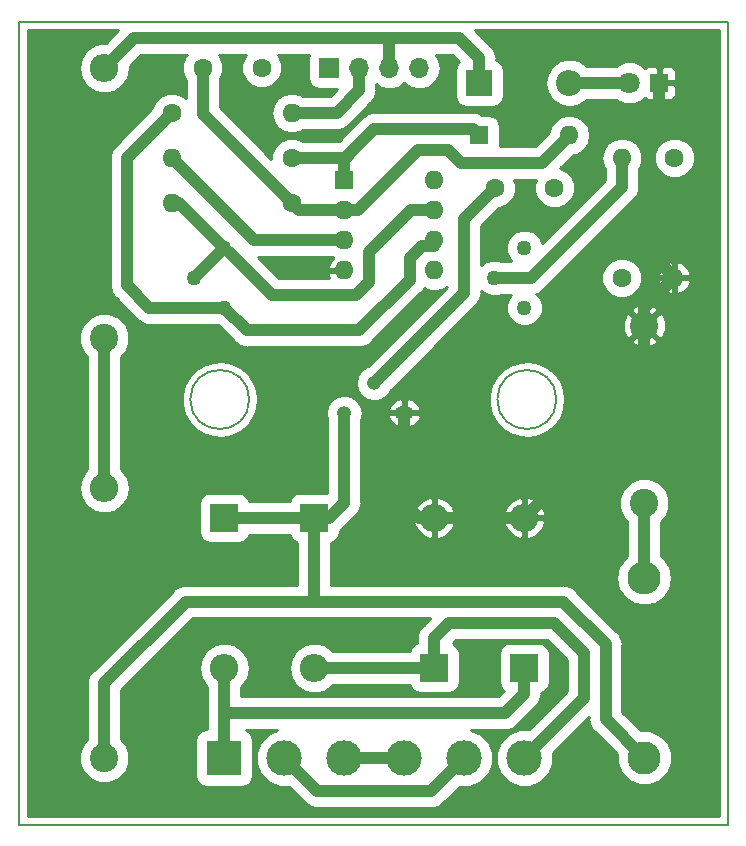
<source format=gbr>
G04 #@! TF.GenerationSoftware,KiCad,Pcbnew,5.0.2-bee76a0~70~ubuntu18.04.1*
G04 #@! TF.CreationDate,2019-02-04T19:22:58+01:00*
G04 #@! TF.ProjectId,regulator,72656775-6c61-4746-9f72-2e6b69636164,rev?*
G04 #@! TF.SameCoordinates,Original*
G04 #@! TF.FileFunction,Copper,L2,Bot*
G04 #@! TF.FilePolarity,Positive*
%FSLAX46Y46*%
G04 Gerber Fmt 4.6, Leading zero omitted, Abs format (unit mm)*
G04 Created by KiCad (PCBNEW 5.0.2-bee76a0~70~ubuntu18.04.1) date Po 4. února 2019, 19:22:58 CET*
%MOMM*%
%LPD*%
G01*
G04 APERTURE LIST*
G04 #@! TA.AperFunction,NonConductor*
%ADD10C,0.200000*%
G04 #@! TD*
G04 #@! TA.AperFunction,ComponentPad*
%ADD11C,1.600000*%
G04 #@! TD*
G04 #@! TA.AperFunction,ComponentPad*
%ADD12C,2.400000*%
G04 #@! TD*
G04 #@! TA.AperFunction,ComponentPad*
%ADD13O,2.400000X2.400000*%
G04 #@! TD*
G04 #@! TA.AperFunction,ComponentPad*
%ADD14R,2.400000X2.400000*%
G04 #@! TD*
G04 #@! TA.AperFunction,ComponentPad*
%ADD15R,2.200000X2.200000*%
G04 #@! TD*
G04 #@! TA.AperFunction,ComponentPad*
%ADD16O,2.200000X2.200000*%
G04 #@! TD*
G04 #@! TA.AperFunction,ComponentPad*
%ADD17R,1.600000X1.600000*%
G04 #@! TD*
G04 #@! TA.AperFunction,ComponentPad*
%ADD18O,1.600000X1.600000*%
G04 #@! TD*
G04 #@! TA.AperFunction,ComponentPad*
%ADD19C,1.800000*%
G04 #@! TD*
G04 #@! TA.AperFunction,ComponentPad*
%ADD20O,1.600000X1.200000*%
G04 #@! TD*
G04 #@! TA.AperFunction,ComponentPad*
%ADD21O,1.200000X1.200000*%
G04 #@! TD*
G04 #@! TA.AperFunction,ComponentPad*
%ADD22R,1.700000X1.700000*%
G04 #@! TD*
G04 #@! TA.AperFunction,ComponentPad*
%ADD23O,1.700000X1.700000*%
G04 #@! TD*
G04 #@! TA.AperFunction,ComponentPad*
%ADD24C,3.000000*%
G04 #@! TD*
G04 #@! TA.AperFunction,ComponentPad*
%ADD25R,3.000000X3.000000*%
G04 #@! TD*
G04 #@! TA.AperFunction,ComponentPad*
%ADD26C,2.800000*%
G04 #@! TD*
G04 #@! TA.AperFunction,ComponentPad*
%ADD27O,2.800000X2.800000*%
G04 #@! TD*
G04 #@! TA.AperFunction,ComponentPad*
%ADD28C,1.260000*%
G04 #@! TD*
G04 #@! TA.AperFunction,Conductor*
%ADD29C,1.000000*%
G04 #@! TD*
G04 #@! TA.AperFunction,Conductor*
%ADD30C,0.254000*%
G04 #@! TD*
G04 APERTURE END LIST*
D10*
X138001100Y-103003600D02*
G75*
G03X138001100Y-103003600I-2500000J0D01*
G01*
X178501100Y-71003600D02*
X118501100Y-71003600D01*
X178501100Y-71003600D02*
X178501100Y-139003600D01*
X164001100Y-103003600D02*
G75*
G03X164001100Y-103003600I-2500000J0D01*
G01*
X118501100Y-71003600D02*
X118501100Y-139003600D01*
X178501100Y-139003600D02*
X118501100Y-139003600D01*
D11*
G04 #@! TO.P,C1,1*
G04 #@! TO.N,Net-(C1-Pad1)*
X158830000Y-85090000D03*
G04 #@! TO.P,C1,2*
G04 #@! TO.N,Net-(C1-Pad2)*
X163830000Y-85090000D03*
G04 #@! TD*
G04 #@! TO.P,C2,2*
G04 #@! TO.N,GNDREF*
X139065000Y-74930000D03*
G04 #@! TO.P,C2,1*
G04 #@! TO.N,Net-(C2-Pad1)*
X134065000Y-74930000D03*
G04 #@! TD*
D12*
G04 #@! TO.P,C3,1*
G04 #@! TO.N,Net-(C3-Pad1)*
X171450000Y-111760000D03*
G04 #@! TO.P,C3,2*
G04 #@! TO.N,GND*
X171450000Y-96760000D03*
G04 #@! TD*
D13*
G04 #@! TO.P,D1,2*
G04 #@! TO.N,Net-(D1-Pad2)*
X143510000Y-125730000D03*
D14*
G04 #@! TO.P,D1,1*
G04 #@! TO.N,Net-(D1-Pad1)*
X143510000Y-113030000D03*
G04 #@! TD*
D13*
G04 #@! TO.P,D2,2*
G04 #@! TO.N,GND*
X153670000Y-113030000D03*
D14*
G04 #@! TO.P,D2,1*
G04 #@! TO.N,Net-(D1-Pad2)*
X153670000Y-125730000D03*
G04 #@! TD*
G04 #@! TO.P,D3,1*
G04 #@! TO.N,Net-(D1-Pad1)*
X135890000Y-113030000D03*
D13*
G04 #@! TO.P,D3,2*
G04 #@! TO.N,Net-(D3-Pad2)*
X135890000Y-125730000D03*
G04 #@! TD*
D14*
G04 #@! TO.P,D4,1*
G04 #@! TO.N,Net-(D3-Pad2)*
X161290000Y-125730000D03*
D13*
G04 #@! TO.P,D4,2*
G04 #@! TO.N,GND*
X161290000Y-113030000D03*
G04 #@! TD*
D15*
G04 #@! TO.P,D5,1*
G04 #@! TO.N,VCC*
X157480000Y-76200000D03*
D16*
G04 #@! TO.P,D5,2*
G04 #@! TO.N,GNDREF*
X165100000Y-76200000D03*
G04 #@! TD*
D17*
G04 #@! TO.P,D6,1*
G04 #@! TO.N,Net-(C1-Pad2)*
X157480000Y-80645000D03*
D18*
G04 #@! TO.P,D6,2*
G04 #@! TO.N,Net-(C2-Pad1)*
X165100000Y-80645000D03*
G04 #@! TD*
D17*
G04 #@! TO.P,D7,1*
G04 #@! TO.N,GND*
X172720000Y-76200000D03*
D19*
G04 #@! TO.P,D7,2*
G04 #@! TO.N,GNDREF*
X170180000Y-76200000D03*
G04 #@! TD*
D20*
G04 #@! TO.P,D8,1*
G04 #@! TO.N,GND*
X151130000Y-104140000D03*
D21*
G04 #@! TO.P,D8,2*
G04 #@! TO.N,Net-(C1-Pad1)*
X148590000Y-101600000D03*
G04 #@! TO.P,D8,3*
G04 #@! TO.N,Net-(D1-Pad1)*
X146050000Y-104140000D03*
G04 #@! TD*
D22*
G04 #@! TO.P,HG1,1*
G04 #@! TO.N,GNDREF*
X144780000Y-74930000D03*
D23*
G04 #@! TO.P,HG1,2*
G04 #@! TO.N,Net-(HG1-Pad2)*
X147320000Y-74930000D03*
G04 #@! TO.P,HG1,3*
G04 #@! TO.N,VCC*
X149860000Y-74930000D03*
G04 #@! TO.P,HG1,4*
G04 #@! TO.N,Net-(HG1-Pad4)*
X152400000Y-74930000D03*
G04 #@! TD*
D24*
G04 #@! TO.P,J1,2*
G04 #@! TO.N,Net-(J1-Pad2)*
X140970000Y-133350000D03*
G04 #@! TO.P,J1,3*
G04 #@! TO.N,Net-(J1-Pad3)*
X146050000Y-133350000D03*
D25*
G04 #@! TO.P,J1,1*
G04 #@! TO.N,Net-(D3-Pad2)*
X135890000Y-133350000D03*
D24*
G04 #@! TO.P,J1,4*
G04 #@! TO.N,Net-(J1-Pad3)*
X151130000Y-133350000D03*
G04 #@! TO.P,J1,5*
G04 #@! TO.N,Net-(J1-Pad2)*
X156210000Y-133350000D03*
G04 #@! TO.P,J1,6*
G04 #@! TO.N,Net-(D1-Pad2)*
X161290000Y-133350000D03*
G04 #@! TD*
D12*
G04 #@! TO.P,R1,1*
G04 #@! TO.N,Net-(R1-Pad1)*
X125730000Y-97790000D03*
D13*
G04 #@! TO.P,R1,2*
G04 #@! TO.N,VCC*
X125730000Y-74930000D03*
G04 #@! TD*
G04 #@! TO.P,R2,2*
G04 #@! TO.N,Net-(R1-Pad1)*
X125730000Y-110490000D03*
D12*
G04 #@! TO.P,R2,1*
G04 #@! TO.N,Net-(D1-Pad1)*
X125730000Y-133350000D03*
G04 #@! TD*
D11*
G04 #@! TO.P,R4,1*
G04 #@! TO.N,Net-(R4-Pad1)*
X169545000Y-92710000D03*
D18*
G04 #@! TO.P,R4,2*
G04 #@! TO.N,Net-(R4-Pad2)*
X169545000Y-82550000D03*
G04 #@! TD*
G04 #@! TO.P,R5,2*
G04 #@! TO.N,Net-(R4-Pad1)*
X131445000Y-82550000D03*
D11*
G04 #@! TO.P,R5,1*
G04 #@! TO.N,Net-(C1-Pad2)*
X141605000Y-82550000D03*
G04 #@! TD*
D18*
G04 #@! TO.P,R6,2*
G04 #@! TO.N,Net-(R6-Pad2)*
X131445000Y-86360000D03*
D11*
G04 #@! TO.P,R6,1*
G04 #@! TO.N,Net-(C2-Pad1)*
X141605000Y-86360000D03*
G04 #@! TD*
D26*
G04 #@! TO.P,R7,1*
G04 #@! TO.N,Net-(D1-Pad1)*
X171450000Y-133350000D03*
D27*
G04 #@! TO.P,R7,2*
G04 #@! TO.N,Net-(C3-Pad1)*
X171450000Y-118110000D03*
G04 #@! TD*
D11*
G04 #@! TO.P,R8,1*
G04 #@! TO.N,Net-(C1-Pad1)*
X173990000Y-82550000D03*
D18*
G04 #@! TO.P,R8,2*
G04 #@! TO.N,GND*
X173990000Y-92710000D03*
G04 #@! TD*
D11*
G04 #@! TO.P,R9,1*
G04 #@! TO.N,Net-(R9-Pad1)*
X131445000Y-78740000D03*
D18*
G04 #@! TO.P,R9,2*
G04 #@! TO.N,Net-(HG1-Pad2)*
X141605000Y-78740000D03*
G04 #@! TD*
D28*
G04 #@! TO.P,RV1,1*
G04 #@! TO.N,Net-(R9-Pad1)*
X135890000Y-95250000D03*
G04 #@! TO.P,RV1,2*
G04 #@! TO.N,Net-(R6-Pad2)*
X133350000Y-92710000D03*
G04 #@! TO.P,RV1,3*
X135890000Y-90170000D03*
G04 #@! TD*
G04 #@! TO.P,RV2,3*
G04 #@! TO.N,GNDREF*
X161290000Y-90170000D03*
G04 #@! TO.P,RV2,2*
G04 #@! TO.N,Net-(R4-Pad2)*
X158750000Y-92710000D03*
G04 #@! TO.P,RV2,1*
G04 #@! TO.N,VCC*
X161290000Y-95250000D03*
G04 #@! TD*
D17*
G04 #@! TO.P,U1,1*
G04 #@! TO.N,Net-(C1-Pad2)*
X146050000Y-84455000D03*
D18*
G04 #@! TO.P,U1,5*
G04 #@! TO.N,Net-(HG1-Pad4)*
X153670000Y-92075000D03*
G04 #@! TO.P,U1,2*
G04 #@! TO.N,Net-(C2-Pad1)*
X146050000Y-86995000D03*
G04 #@! TO.P,U1,6*
G04 #@! TO.N,Net-(R9-Pad1)*
X153670000Y-89535000D03*
G04 #@! TO.P,U1,3*
G04 #@! TO.N,Net-(R4-Pad1)*
X146050000Y-89535000D03*
G04 #@! TO.P,U1,7*
G04 #@! TO.N,Net-(R6-Pad2)*
X153670000Y-86995000D03*
G04 #@! TO.P,U1,4*
G04 #@! TO.N,GND*
X146050000Y-92075000D03*
G04 #@! TO.P,U1,8*
G04 #@! TO.N,VCC*
X153670000Y-84455000D03*
G04 #@! TD*
D29*
G04 #@! TO.N,Net-(C1-Pad1)*
X149189999Y-101000001D02*
X148590000Y-101600000D01*
X158830000Y-85090000D02*
X156210000Y-87710000D01*
X156210000Y-93980000D02*
X149189999Y-101000001D01*
X156210000Y-87710000D02*
X156210000Y-93980000D01*
G04 #@! TO.N,Net-(C1-Pad2)*
X148590010Y-80114990D02*
X156949990Y-80114990D01*
X156949990Y-80114990D02*
X157480000Y-80645000D01*
X146155000Y-82550000D02*
X146790000Y-81915000D01*
X141605000Y-82550000D02*
X146155000Y-82550000D01*
X146050000Y-82655000D02*
X146790000Y-81915000D01*
X146790000Y-81915000D02*
X148590010Y-80114990D01*
X146050000Y-84455000D02*
X146050000Y-82655000D01*
G04 #@! TO.N,GND*
X161290000Y-113030000D02*
X153670000Y-113030000D01*
X152400000Y-113030000D02*
X153670000Y-113030000D01*
X151130000Y-111760000D02*
X152400000Y-113030000D01*
X171450000Y-102870000D02*
X171450000Y-96760000D01*
X161290000Y-113030000D02*
X171450000Y-102870000D01*
X171450000Y-95250000D02*
X173990000Y-92710000D01*
X171450000Y-96760000D02*
X171450000Y-95250000D01*
X173190001Y-91910001D02*
X173990000Y-92710000D01*
X171645001Y-90365001D02*
X173190001Y-91910001D01*
X171645001Y-79174999D02*
X171645001Y-90365001D01*
X172720000Y-78100000D02*
X171645001Y-79174999D01*
X172720000Y-76200000D02*
X172720000Y-78100000D01*
X151130000Y-104140000D02*
X151130000Y-111760000D01*
G04 #@! TO.N,Net-(C2-Pad1)*
X134065000Y-78820000D02*
X141605000Y-86360000D01*
X134065000Y-74930000D02*
X134065000Y-78820000D01*
X142240000Y-86995000D02*
X141605000Y-86360000D01*
X146050000Y-86995000D02*
X142240000Y-86995000D01*
X162755001Y-82989999D02*
X164300001Y-81444999D01*
X155884997Y-82989999D02*
X162755001Y-82989999D01*
X152261370Y-81915000D02*
X154809998Y-81915000D01*
X147181370Y-86995000D02*
X152261370Y-81915000D01*
X164300001Y-81444999D02*
X165100000Y-80645000D01*
X154809998Y-81915000D02*
X155884997Y-82989999D01*
X146050000Y-86995000D02*
X147181370Y-86995000D01*
G04 #@! TO.N,Net-(C3-Pad1)*
X171450000Y-111760000D02*
X171450000Y-118110000D01*
G04 #@! TO.N,Net-(D1-Pad2)*
X153670000Y-123190000D02*
X153670000Y-125730000D01*
X163830000Y-121920000D02*
X154940000Y-121920000D01*
X161290000Y-133350000D02*
X166370000Y-128270000D01*
X154940000Y-121920000D02*
X153670000Y-123190000D01*
X166370000Y-124460000D02*
X163830000Y-121920000D01*
X166370000Y-128270000D02*
X166370000Y-124460000D01*
X143510000Y-125730000D02*
X153670000Y-125730000D01*
G04 #@! TO.N,Net-(D1-Pad1)*
X135890000Y-113030000D02*
X143510000Y-113030000D01*
X143510000Y-113030000D02*
X144780000Y-113030000D01*
X144780000Y-113030000D02*
X146050000Y-111760000D01*
X168170009Y-123714411D02*
X164575588Y-120119990D01*
X168170010Y-130070010D02*
X168170009Y-123714411D01*
X171450000Y-133350000D02*
X168170010Y-130070010D01*
X143510000Y-113030000D02*
X143510000Y-120119990D01*
X164575588Y-120119990D02*
X143510000Y-120119990D01*
X125730000Y-127000000D02*
X125730000Y-133350000D01*
X143510000Y-120119990D02*
X132610010Y-120119990D01*
X132610010Y-120119990D02*
X125730000Y-127000000D01*
X146050000Y-111760000D02*
X146050000Y-104140000D01*
G04 #@! TO.N,Net-(D3-Pad2)*
X159680000Y-129540000D02*
X135890000Y-129540000D01*
X161290000Y-127930000D02*
X159680000Y-129540000D01*
X135890000Y-125730000D02*
X135890000Y-129540000D01*
X161290000Y-125730000D02*
X161290000Y-127930000D01*
X135890000Y-129540000D02*
X135890000Y-133350000D01*
G04 #@! TO.N,VCC*
X125730000Y-74930000D02*
X128256390Y-72403610D01*
X149860000Y-73727919D02*
X149860000Y-74930000D01*
X128256390Y-72403610D02*
X148535691Y-72403610D01*
X157480000Y-74100000D02*
X155783610Y-72403610D01*
X157480000Y-76200000D02*
X157480000Y-74100000D01*
X149860000Y-74930000D02*
X149860000Y-72403610D01*
X155783610Y-72403610D02*
X149860000Y-72403610D01*
X149860000Y-72403610D02*
X148535691Y-72403610D01*
G04 #@! TO.N,Net-(HG1-Pad2)*
X141605000Y-78740000D02*
X145415000Y-78740000D01*
X147320000Y-76835000D02*
X147320000Y-74930000D01*
X145415000Y-78740000D02*
X147320000Y-76835000D01*
G04 #@! TO.N,Net-(J1-Pad2)*
X142469999Y-134849999D02*
X140970000Y-133350000D01*
X143770001Y-136150001D02*
X142469999Y-134849999D01*
X153409999Y-136150001D02*
X143770001Y-136150001D01*
X156210000Y-133350000D02*
X153409999Y-136150001D01*
G04 #@! TO.N,Net-(J1-Pad3)*
X146050000Y-133350000D02*
X151130000Y-133350000D01*
G04 #@! TO.N,Net-(R1-Pad1)*
X125730000Y-97790000D02*
X125730000Y-110490000D01*
G04 #@! TO.N,Net-(R4-Pad1)*
X138430000Y-89535000D02*
X146050000Y-89535000D01*
X131445000Y-82550000D02*
X138430000Y-89535000D01*
G04 #@! TO.N,Net-(R4-Pad2)*
X169545000Y-85028600D02*
X161863600Y-92710000D01*
X159640954Y-92710000D02*
X158750000Y-92710000D01*
X161863600Y-92710000D02*
X159640954Y-92710000D01*
X169545000Y-82550000D02*
X169545000Y-85028600D01*
G04 #@! TO.N,Net-(R6-Pad2)*
X133350000Y-92710000D02*
X135890000Y-90170000D01*
X132080000Y-86360000D02*
X135890000Y-90170000D01*
X131445000Y-86360000D02*
X132080000Y-86360000D01*
X136519999Y-90799999D02*
X135890000Y-90170000D01*
X147058001Y-94175001D02*
X139895001Y-94175001D01*
X148150001Y-93083001D02*
X147058001Y-94175001D01*
X139895001Y-94175001D02*
X136519999Y-90799999D01*
X148150001Y-90543001D02*
X148150001Y-93083001D01*
X151698002Y-86995000D02*
X148150001Y-90543001D01*
X153670000Y-86995000D02*
X151698002Y-86995000D01*
G04 #@! TO.N,Net-(R9-Pad1)*
X131445000Y-78740000D02*
X127635000Y-82550000D01*
X127635000Y-82550000D02*
X127635000Y-93345000D01*
X129540000Y-95250000D02*
X135890000Y-95250000D01*
X127635000Y-93345000D02*
X129540000Y-95250000D01*
X153670000Y-89974999D02*
X153670000Y-89535000D01*
X137795000Y-97155000D02*
X147320000Y-97155000D01*
X152661999Y-89974999D02*
X153670000Y-89974999D01*
X135890000Y-95250000D02*
X137795000Y-97155000D01*
X147320000Y-97155000D02*
X151569999Y-92905001D01*
X151569999Y-92905001D02*
X151569999Y-91066999D01*
X151569999Y-91066999D02*
X152661999Y-89974999D01*
G04 #@! TO.N,GNDREF*
X165100000Y-76200000D02*
X170180000Y-76200000D01*
G04 #@! TD*
D30*
G04 #@! TO.N,GND*
G36*
X125838919Y-72803000D02*
X125520511Y-72803000D01*
X124900086Y-72926410D01*
X124196519Y-73396519D01*
X123726410Y-74100086D01*
X123561330Y-74930000D01*
X123726410Y-75759914D01*
X124196519Y-76463481D01*
X124900086Y-76933590D01*
X125520511Y-77057000D01*
X125939489Y-77057000D01*
X126559914Y-76933590D01*
X127263481Y-76463481D01*
X127733590Y-75759914D01*
X127898670Y-74930000D01*
X127873686Y-74804396D01*
X128847472Y-73830610D01*
X132722043Y-73830610D01*
X132600920Y-73951733D01*
X132338000Y-74586478D01*
X132338000Y-75273522D01*
X132600920Y-75908267D01*
X132638000Y-75945347D01*
X132638001Y-77490654D01*
X132423267Y-77275920D01*
X131788522Y-77013000D01*
X131101478Y-77013000D01*
X130466733Y-77275920D01*
X129980920Y-77761733D01*
X129718000Y-78396478D01*
X129718000Y-78448917D01*
X126725340Y-81441578D01*
X126606191Y-81521192D01*
X126290796Y-81993213D01*
X126208000Y-82409457D01*
X126208000Y-82409460D01*
X126180045Y-82550000D01*
X126208000Y-82690540D01*
X126208001Y-93204455D01*
X126180045Y-93345000D01*
X126290796Y-93901787D01*
X126312193Y-93933809D01*
X126606192Y-94373809D01*
X126725340Y-94453422D01*
X128431580Y-96159663D01*
X128511191Y-96278809D01*
X128630337Y-96358420D01*
X128630338Y-96358421D01*
X128946930Y-96569961D01*
X128983212Y-96594204D01*
X129399456Y-96677000D01*
X129399459Y-96677000D01*
X129540000Y-96704955D01*
X129680540Y-96677000D01*
X135266446Y-96677000D01*
X135321880Y-96699961D01*
X136686580Y-98064663D01*
X136766191Y-98183809D01*
X136885337Y-98263420D01*
X136885338Y-98263421D01*
X137238212Y-98499204D01*
X137654456Y-98582000D01*
X137654459Y-98582000D01*
X137795000Y-98609955D01*
X137935540Y-98582000D01*
X147179460Y-98582000D01*
X147320000Y-98609955D01*
X147460540Y-98582000D01*
X147460544Y-98582000D01*
X147876788Y-98499204D01*
X148348809Y-98183809D01*
X148428424Y-98064657D01*
X152479661Y-94013421D01*
X152598807Y-93933810D01*
X152762875Y-93688267D01*
X152828629Y-93589859D01*
X152996158Y-93701798D01*
X153499909Y-93802000D01*
X153840091Y-93802000D01*
X154343842Y-93701798D01*
X154724401Y-93447516D01*
X148280341Y-99891578D01*
X148280338Y-99891580D01*
X148014325Y-100157594D01*
X147994194Y-100161598D01*
X147489095Y-100499095D01*
X147151598Y-101004194D01*
X147033085Y-101600000D01*
X147151598Y-102195806D01*
X147489095Y-102700905D01*
X147994194Y-103038402D01*
X148439607Y-103127000D01*
X148740393Y-103127000D01*
X149185806Y-103038402D01*
X149690905Y-102700905D01*
X149761240Y-102595640D01*
X158271767Y-102595640D01*
X158271767Y-103411560D01*
X158474678Y-104201845D01*
X158867750Y-104916841D01*
X159426285Y-105511621D01*
X160115188Y-105948812D01*
X160891174Y-106200945D01*
X161705483Y-106252177D01*
X162506950Y-106099289D01*
X163245216Y-105751887D01*
X163873893Y-105231801D01*
X164353478Y-104571708D01*
X164653838Y-103813086D01*
X164756100Y-103003600D01*
X164653838Y-102194114D01*
X164353478Y-101435492D01*
X163873893Y-100775399D01*
X163245216Y-100255313D01*
X162506950Y-99907911D01*
X161705483Y-99755023D01*
X160891174Y-99806255D01*
X160115188Y-100058388D01*
X159426285Y-100495579D01*
X158867750Y-101090359D01*
X158474678Y-101805355D01*
X158271767Y-102595640D01*
X149761240Y-102595640D01*
X150028402Y-102195806D01*
X150032406Y-102175675D01*
X150298420Y-101909662D01*
X150298422Y-101909659D01*
X154150907Y-98057175D01*
X170332430Y-98057175D01*
X170455565Y-98344788D01*
X171137734Y-98604707D01*
X171867443Y-98583786D01*
X172444435Y-98344788D01*
X172567570Y-98057175D01*
X171450000Y-96939605D01*
X170332430Y-98057175D01*
X154150907Y-98057175D01*
X157119663Y-95088420D01*
X157238809Y-95008809D01*
X157554204Y-94536788D01*
X157637000Y-94120544D01*
X157637000Y-94120540D01*
X157664955Y-93980000D01*
X157637000Y-93839460D01*
X157637000Y-93798930D01*
X157868031Y-94029961D01*
X158440294Y-94267000D01*
X159059706Y-94267000D01*
X159373554Y-94137000D01*
X160201070Y-94137000D01*
X159970039Y-94368031D01*
X159733000Y-94940294D01*
X159733000Y-95559706D01*
X159970039Y-96131969D01*
X160408031Y-96569961D01*
X160980294Y-96807000D01*
X161599706Y-96807000D01*
X162171969Y-96569961D01*
X162294196Y-96447734D01*
X169605293Y-96447734D01*
X169626214Y-97177443D01*
X169865212Y-97754435D01*
X170152825Y-97877570D01*
X171270395Y-96760000D01*
X171629605Y-96760000D01*
X172747175Y-97877570D01*
X173034788Y-97754435D01*
X173294707Y-97072266D01*
X173273786Y-96342557D01*
X173034788Y-95765565D01*
X172747175Y-95642430D01*
X171629605Y-96760000D01*
X171270395Y-96760000D01*
X170152825Y-95642430D01*
X169865212Y-95765565D01*
X169605293Y-96447734D01*
X162294196Y-96447734D01*
X162609961Y-96131969D01*
X162847000Y-95559706D01*
X162847000Y-95462825D01*
X170332430Y-95462825D01*
X171450000Y-96580395D01*
X172567570Y-95462825D01*
X172444435Y-95175212D01*
X171762266Y-94915293D01*
X171032557Y-94936214D01*
X170455565Y-95175212D01*
X170332430Y-95462825D01*
X162847000Y-95462825D01*
X162847000Y-94940294D01*
X162609961Y-94368031D01*
X162316749Y-94074819D01*
X162420388Y-94054204D01*
X162892409Y-93738809D01*
X162972024Y-93619657D01*
X164225203Y-92366478D01*
X167818000Y-92366478D01*
X167818000Y-93053522D01*
X168080920Y-93688267D01*
X168566733Y-94174080D01*
X169201478Y-94437000D01*
X169888522Y-94437000D01*
X170523267Y-94174080D01*
X171009080Y-93688267D01*
X171269713Y-93059041D01*
X172598086Y-93059041D01*
X172837611Y-93565134D01*
X173252577Y-93941041D01*
X173640961Y-94101904D01*
X173863000Y-93979915D01*
X173863000Y-92837000D01*
X174117000Y-92837000D01*
X174117000Y-93979915D01*
X174339039Y-94101904D01*
X174727423Y-93941041D01*
X175142389Y-93565134D01*
X175381914Y-93059041D01*
X175260629Y-92837000D01*
X174117000Y-92837000D01*
X173863000Y-92837000D01*
X172719371Y-92837000D01*
X172598086Y-93059041D01*
X171269713Y-93059041D01*
X171272000Y-93053522D01*
X171272000Y-92366478D01*
X171269714Y-92360959D01*
X172598086Y-92360959D01*
X172719371Y-92583000D01*
X173863000Y-92583000D01*
X173863000Y-91440085D01*
X174117000Y-91440085D01*
X174117000Y-92583000D01*
X175260629Y-92583000D01*
X175381914Y-92360959D01*
X175142389Y-91854866D01*
X174727423Y-91478959D01*
X174339039Y-91318096D01*
X174117000Y-91440085D01*
X173863000Y-91440085D01*
X173640961Y-91318096D01*
X173252577Y-91478959D01*
X172837611Y-91854866D01*
X172598086Y-92360959D01*
X171269714Y-92360959D01*
X171009080Y-91731733D01*
X170523267Y-91245920D01*
X169888522Y-90983000D01*
X169201478Y-90983000D01*
X168566733Y-91245920D01*
X168080920Y-91731733D01*
X167818000Y-92366478D01*
X164225203Y-92366478D01*
X170454660Y-86137022D01*
X170573809Y-86057409D01*
X170889204Y-85585388D01*
X170972000Y-85169144D01*
X170972000Y-85169141D01*
X170999955Y-85028601D01*
X170972000Y-84888060D01*
X170972000Y-83522860D01*
X171171798Y-83223842D01*
X171305833Y-82550000D01*
X171237503Y-82206478D01*
X172263000Y-82206478D01*
X172263000Y-82893522D01*
X172525920Y-83528267D01*
X173011733Y-84014080D01*
X173646478Y-84277000D01*
X174333522Y-84277000D01*
X174968267Y-84014080D01*
X175454080Y-83528267D01*
X175717000Y-82893522D01*
X175717000Y-82206478D01*
X175454080Y-81571733D01*
X174968267Y-81085920D01*
X174333522Y-80823000D01*
X173646478Y-80823000D01*
X173011733Y-81085920D01*
X172525920Y-81571733D01*
X172263000Y-82206478D01*
X171237503Y-82206478D01*
X171171798Y-81876158D01*
X170790097Y-81304903D01*
X170218842Y-80923202D01*
X169715091Y-80823000D01*
X169374909Y-80823000D01*
X168871158Y-80923202D01*
X168299903Y-81304903D01*
X167918202Y-81876158D01*
X167784167Y-82550000D01*
X167918202Y-83223842D01*
X168118000Y-83522861D01*
X168118001Y-84437517D01*
X162802546Y-89752973D01*
X162609961Y-89288031D01*
X162171969Y-88850039D01*
X161599706Y-88613000D01*
X160980294Y-88613000D01*
X160408031Y-88850039D01*
X159970039Y-89288031D01*
X159733000Y-89860294D01*
X159733000Y-90479706D01*
X159970039Y-91051969D01*
X160201070Y-91283000D01*
X159373554Y-91283000D01*
X159059706Y-91153000D01*
X158440294Y-91153000D01*
X157868031Y-91390039D01*
X157637000Y-91621070D01*
X157637000Y-88301081D01*
X159121082Y-86817000D01*
X159173522Y-86817000D01*
X159808267Y-86554080D01*
X160294080Y-86068267D01*
X160557000Y-85433522D01*
X160557000Y-84746478D01*
X160420525Y-84416999D01*
X162239475Y-84416999D01*
X162103000Y-84746478D01*
X162103000Y-85433522D01*
X162365920Y-86068267D01*
X162851733Y-86554080D01*
X163486478Y-86817000D01*
X164173522Y-86817000D01*
X164808267Y-86554080D01*
X165294080Y-86068267D01*
X165557000Y-85433522D01*
X165557000Y-84746478D01*
X165294080Y-84111733D01*
X164808267Y-83625920D01*
X164333724Y-83429358D01*
X165408422Y-82354661D01*
X165408426Y-82354656D01*
X165421123Y-82341958D01*
X165773842Y-82271798D01*
X166345097Y-81890097D01*
X166726798Y-81318842D01*
X166860833Y-80645000D01*
X166726798Y-79971158D01*
X166345097Y-79399903D01*
X165773842Y-79018202D01*
X165270091Y-78918000D01*
X164929909Y-78918000D01*
X164426158Y-79018202D01*
X163854903Y-79399903D01*
X163473202Y-79971158D01*
X163403042Y-80323877D01*
X163390344Y-80336574D01*
X163390339Y-80336578D01*
X162163919Y-81562999D01*
X159201690Y-81562999D01*
X159225161Y-81445000D01*
X159225161Y-79845000D01*
X159153215Y-79483303D01*
X158948330Y-79176670D01*
X158641697Y-78971785D01*
X158280000Y-78899839D01*
X157699919Y-78899839D01*
X157506778Y-78770786D01*
X157090534Y-78687990D01*
X157090530Y-78687990D01*
X156949990Y-78660035D01*
X156809450Y-78687990D01*
X148730550Y-78687990D01*
X148590010Y-78660035D01*
X148449470Y-78687990D01*
X148449466Y-78687990D01*
X148033222Y-78770786D01*
X147840081Y-78899839D01*
X147680348Y-79006569D01*
X147680347Y-79006570D01*
X147561201Y-79086181D01*
X147481590Y-79205328D01*
X145563918Y-81123000D01*
X142620347Y-81123000D01*
X142583267Y-81085920D01*
X141948522Y-80823000D01*
X141261478Y-80823000D01*
X140626733Y-81085920D01*
X140140920Y-81571733D01*
X139878000Y-82206478D01*
X139878000Y-82614918D01*
X135492000Y-78228919D01*
X135492000Y-75945347D01*
X135529080Y-75908267D01*
X135792000Y-75273522D01*
X135792000Y-74586478D01*
X135529080Y-73951733D01*
X135407957Y-73830610D01*
X137722043Y-73830610D01*
X137600920Y-73951733D01*
X137338000Y-74586478D01*
X137338000Y-75273522D01*
X137600920Y-75908267D01*
X138086733Y-76394080D01*
X138721478Y-76657000D01*
X139408522Y-76657000D01*
X140043267Y-76394080D01*
X140529080Y-75908267D01*
X140792000Y-75273522D01*
X140792000Y-74586478D01*
X140529080Y-73951733D01*
X140407957Y-73830610D01*
X143034446Y-73830610D01*
X142984839Y-74080000D01*
X142984839Y-75780000D01*
X143056785Y-76141697D01*
X143261670Y-76448330D01*
X143568303Y-76653215D01*
X143930000Y-76725161D01*
X145411757Y-76725161D01*
X144823919Y-77313000D01*
X142577860Y-77313000D01*
X142278842Y-77113202D01*
X141775091Y-77013000D01*
X141434909Y-77013000D01*
X140931158Y-77113202D01*
X140359903Y-77494903D01*
X139978202Y-78066158D01*
X139844167Y-78740000D01*
X139978202Y-79413842D01*
X140359903Y-79985097D01*
X140931158Y-80366798D01*
X141434909Y-80467000D01*
X141775091Y-80467000D01*
X142278842Y-80366798D01*
X142577860Y-80167000D01*
X145274460Y-80167000D01*
X145415000Y-80194955D01*
X145555540Y-80167000D01*
X145555544Y-80167000D01*
X145971788Y-80084204D01*
X146443809Y-79768809D01*
X146523424Y-79649658D01*
X148229665Y-77943418D01*
X148348808Y-77863809D01*
X148428418Y-77744665D01*
X148428421Y-77744662D01*
X148664204Y-77391788D01*
X148664204Y-77391787D01*
X148747000Y-76975544D01*
X148747000Y-76975541D01*
X148774955Y-76835000D01*
X148747000Y-76694460D01*
X148747000Y-76323496D01*
X149166649Y-76603897D01*
X149684983Y-76707000D01*
X150035017Y-76707000D01*
X150553351Y-76603897D01*
X151130000Y-76218592D01*
X151706649Y-76603897D01*
X152224983Y-76707000D01*
X152575017Y-76707000D01*
X153093351Y-76603897D01*
X153681145Y-76211145D01*
X154073897Y-75623351D01*
X154211813Y-74930000D01*
X154073897Y-74236649D01*
X153802590Y-73830610D01*
X155192528Y-73830610D01*
X155760776Y-74398858D01*
X155711670Y-74431670D01*
X155506785Y-74738303D01*
X155434839Y-75100000D01*
X155434839Y-77300000D01*
X155506785Y-77661697D01*
X155711670Y-77968330D01*
X156018303Y-78173215D01*
X156380000Y-78245161D01*
X158580000Y-78245161D01*
X158941697Y-78173215D01*
X159248330Y-77968330D01*
X159453215Y-77661697D01*
X159525161Y-77300000D01*
X159525161Y-76200000D01*
X163033289Y-76200000D01*
X163190608Y-76990896D01*
X163638615Y-77661385D01*
X164309104Y-78109392D01*
X164900359Y-78227000D01*
X165299641Y-78227000D01*
X165890896Y-78109392D01*
X166561385Y-77661385D01*
X166584360Y-77627000D01*
X169023232Y-77627000D01*
X169145088Y-77748856D01*
X169816587Y-78027000D01*
X170543413Y-78027000D01*
X171214912Y-77748856D01*
X171492871Y-77470897D01*
X171560302Y-77538327D01*
X171793691Y-77635000D01*
X172434250Y-77635000D01*
X172593000Y-77476250D01*
X172593000Y-76327000D01*
X172847000Y-76327000D01*
X172847000Y-77476250D01*
X173005750Y-77635000D01*
X173646309Y-77635000D01*
X173879698Y-77538327D01*
X174058327Y-77359699D01*
X174155000Y-77126310D01*
X174155000Y-76485750D01*
X173996250Y-76327000D01*
X172847000Y-76327000D01*
X172593000Y-76327000D01*
X172573000Y-76327000D01*
X172573000Y-76073000D01*
X172593000Y-76073000D01*
X172593000Y-74923750D01*
X172847000Y-74923750D01*
X172847000Y-76073000D01*
X173996250Y-76073000D01*
X174155000Y-75914250D01*
X174155000Y-75273690D01*
X174058327Y-75040301D01*
X173879698Y-74861673D01*
X173646309Y-74765000D01*
X173005750Y-74765000D01*
X172847000Y-74923750D01*
X172593000Y-74923750D01*
X172434250Y-74765000D01*
X171793691Y-74765000D01*
X171560302Y-74861673D01*
X171492871Y-74929103D01*
X171214912Y-74651144D01*
X170543413Y-74373000D01*
X169816587Y-74373000D01*
X169145088Y-74651144D01*
X169023232Y-74773000D01*
X166584360Y-74773000D01*
X166561385Y-74738615D01*
X165890896Y-74290608D01*
X165299641Y-74173000D01*
X164900359Y-74173000D01*
X164309104Y-74290608D01*
X163638615Y-74738615D01*
X163190608Y-75409104D01*
X163033289Y-76200000D01*
X159525161Y-76200000D01*
X159525161Y-75100000D01*
X159453215Y-74738303D01*
X159248330Y-74431670D01*
X158941697Y-74226785D01*
X158910953Y-74220670D01*
X158934955Y-74100000D01*
X158907000Y-73959459D01*
X158907000Y-73959456D01*
X158824204Y-73543212D01*
X158632364Y-73256103D01*
X158588421Y-73190338D01*
X158588420Y-73190337D01*
X158508809Y-73071191D01*
X158389662Y-72991580D01*
X157136681Y-71738600D01*
X177766100Y-71738600D01*
X177766101Y-138268600D01*
X119236100Y-138268600D01*
X119236100Y-132926913D01*
X123603000Y-132926913D01*
X123603000Y-133773087D01*
X123926817Y-134554848D01*
X124525152Y-135153183D01*
X125306913Y-135477000D01*
X126153087Y-135477000D01*
X126934848Y-135153183D01*
X127533183Y-134554848D01*
X127857000Y-133773087D01*
X127857000Y-132926913D01*
X127533183Y-132145152D01*
X127238031Y-131850000D01*
X133444839Y-131850000D01*
X133444839Y-134850000D01*
X133516785Y-135211697D01*
X133721670Y-135518330D01*
X134028303Y-135723215D01*
X134390000Y-135795161D01*
X137390000Y-135795161D01*
X137751697Y-135723215D01*
X138058330Y-135518330D01*
X138263215Y-135211697D01*
X138335161Y-134850000D01*
X138335161Y-131850000D01*
X138263215Y-131488303D01*
X138058330Y-131181670D01*
X137751697Y-130976785D01*
X137702504Y-130967000D01*
X140381015Y-130967000D01*
X139595215Y-131292489D01*
X138912489Y-131975215D01*
X138543000Y-132867240D01*
X138543000Y-133832760D01*
X138912489Y-134724785D01*
X139595215Y-135407511D01*
X140487240Y-135777000D01*
X141378917Y-135777000D01*
X141560337Y-135958420D01*
X141560342Y-135958423D01*
X142661581Y-137059663D01*
X142741192Y-137178810D01*
X143213213Y-137494205D01*
X143629457Y-137577001D01*
X143629460Y-137577001D01*
X143770000Y-137604956D01*
X143910540Y-137577001D01*
X153269459Y-137577001D01*
X153409999Y-137604956D01*
X153550539Y-137577001D01*
X153550543Y-137577001D01*
X153966787Y-137494205D01*
X154438808Y-137178810D01*
X154518423Y-137059658D01*
X155801082Y-135777000D01*
X156692760Y-135777000D01*
X157584785Y-135407511D01*
X158267511Y-134724785D01*
X158637000Y-133832760D01*
X158637000Y-132867240D01*
X158267511Y-131975215D01*
X157584785Y-131292489D01*
X156798985Y-130967000D01*
X159539460Y-130967000D01*
X159680000Y-130994955D01*
X159820540Y-130967000D01*
X159820544Y-130967000D01*
X160236788Y-130884204D01*
X160708809Y-130568809D01*
X160788424Y-130449658D01*
X162199662Y-129038420D01*
X162318809Y-128958809D01*
X162407024Y-128826787D01*
X162634204Y-128486788D01*
X162649370Y-128410543D01*
X162717000Y-128070544D01*
X162717000Y-128070541D01*
X162744955Y-127930000D01*
X162724759Y-127828465D01*
X162851697Y-127803215D01*
X163158330Y-127598330D01*
X163363215Y-127291697D01*
X163435161Y-126930000D01*
X163435161Y-124530000D01*
X163363215Y-124168303D01*
X163158330Y-123861670D01*
X162851697Y-123656785D01*
X162490000Y-123584839D01*
X160090000Y-123584839D01*
X159728303Y-123656785D01*
X159421670Y-123861670D01*
X159216785Y-124168303D01*
X159144839Y-124530000D01*
X159144839Y-126930000D01*
X159216785Y-127291697D01*
X159421670Y-127598330D01*
X159530722Y-127671196D01*
X159088918Y-128113000D01*
X137317000Y-128113000D01*
X137317000Y-127334629D01*
X137423481Y-127263481D01*
X137893590Y-126559914D01*
X138058670Y-125730000D01*
X137893590Y-124900086D01*
X137423481Y-124196519D01*
X136719914Y-123726410D01*
X136099489Y-123603000D01*
X135680511Y-123603000D01*
X135060086Y-123726410D01*
X134356519Y-124196519D01*
X133886410Y-124900086D01*
X133721330Y-125730000D01*
X133886410Y-126559914D01*
X134356519Y-127263481D01*
X134463000Y-127334630D01*
X134463001Y-129399451D01*
X134435044Y-129540000D01*
X134463000Y-129680544D01*
X134463000Y-130904839D01*
X134390000Y-130904839D01*
X134028303Y-130976785D01*
X133721670Y-131181670D01*
X133516785Y-131488303D01*
X133444839Y-131850000D01*
X127238031Y-131850000D01*
X127157000Y-131768969D01*
X127157000Y-127591081D01*
X133201093Y-121546990D01*
X143369456Y-121546990D01*
X143510000Y-121574946D01*
X143650544Y-121546990D01*
X153294929Y-121546990D01*
X152760340Y-122081579D01*
X152641191Y-122161192D01*
X152325796Y-122633213D01*
X152243000Y-123049457D01*
X152243000Y-123049460D01*
X152215045Y-123190000D01*
X152243000Y-123330541D01*
X152243000Y-123629992D01*
X152108303Y-123656785D01*
X151801670Y-123861670D01*
X151596785Y-124168303D01*
X151569992Y-124303000D01*
X145114629Y-124303000D01*
X145043481Y-124196519D01*
X144339914Y-123726410D01*
X143719489Y-123603000D01*
X143300511Y-123603000D01*
X142680086Y-123726410D01*
X141976519Y-124196519D01*
X141506410Y-124900086D01*
X141341330Y-125730000D01*
X141506410Y-126559914D01*
X141976519Y-127263481D01*
X142680086Y-127733590D01*
X143300511Y-127857000D01*
X143719489Y-127857000D01*
X144339914Y-127733590D01*
X145043481Y-127263481D01*
X145114629Y-127157000D01*
X151569992Y-127157000D01*
X151596785Y-127291697D01*
X151801670Y-127598330D01*
X152108303Y-127803215D01*
X152470000Y-127875161D01*
X154870000Y-127875161D01*
X155231697Y-127803215D01*
X155538330Y-127598330D01*
X155743215Y-127291697D01*
X155815161Y-126930000D01*
X155815161Y-124530000D01*
X155743215Y-124168303D01*
X155538330Y-123861670D01*
X155231697Y-123656785D01*
X155223022Y-123655059D01*
X155531082Y-123347000D01*
X163238919Y-123347000D01*
X164943001Y-125051083D01*
X164943000Y-127678917D01*
X161698918Y-130923000D01*
X160807240Y-130923000D01*
X159915215Y-131292489D01*
X159232489Y-131975215D01*
X158863000Y-132867240D01*
X158863000Y-133832760D01*
X159232489Y-134724785D01*
X159915215Y-135407511D01*
X160807240Y-135777000D01*
X161772760Y-135777000D01*
X162664785Y-135407511D01*
X163347511Y-134724785D01*
X163717000Y-133832760D01*
X163717000Y-132941082D01*
X166743011Y-129915072D01*
X166743011Y-129929465D01*
X166715055Y-130070010D01*
X166825806Y-130626797D01*
X166825807Y-130626798D01*
X167141202Y-131098819D01*
X167260351Y-131178432D01*
X169123000Y-133041082D01*
X169123000Y-133812869D01*
X169477264Y-134668140D01*
X170131860Y-135322736D01*
X170987131Y-135677000D01*
X171912869Y-135677000D01*
X172768140Y-135322736D01*
X173422736Y-134668140D01*
X173777000Y-133812869D01*
X173777000Y-132887131D01*
X173422736Y-132031860D01*
X172768140Y-131377264D01*
X171912869Y-131023000D01*
X171141082Y-131023000D01*
X169597010Y-129478928D01*
X169597008Y-123854956D01*
X169624964Y-123714411D01*
X169514213Y-123157623D01*
X169278430Y-122804749D01*
X169278426Y-122804745D01*
X169198817Y-122685602D01*
X169079674Y-122605993D01*
X165684012Y-119210333D01*
X165604397Y-119091181D01*
X165132376Y-118775786D01*
X164716132Y-118692990D01*
X164716128Y-118692990D01*
X164575588Y-118665035D01*
X164435048Y-118692990D01*
X144937000Y-118692990D01*
X144937000Y-118110000D01*
X169077412Y-118110000D01*
X169258015Y-119017950D01*
X169772327Y-119787673D01*
X170542050Y-120301985D01*
X171220814Y-120437000D01*
X171679186Y-120437000D01*
X172357950Y-120301985D01*
X173127673Y-119787673D01*
X173641985Y-119017950D01*
X173822588Y-118110000D01*
X173641985Y-117202050D01*
X173127673Y-116432327D01*
X172877000Y-116264833D01*
X172877000Y-113341031D01*
X173253183Y-112964848D01*
X173577000Y-112183087D01*
X173577000Y-111336913D01*
X173253183Y-110555152D01*
X172654848Y-109956817D01*
X171873087Y-109633000D01*
X171026913Y-109633000D01*
X170245152Y-109956817D01*
X169646817Y-110555152D01*
X169323000Y-111336913D01*
X169323000Y-112183087D01*
X169646817Y-112964848D01*
X170023000Y-113341031D01*
X170023001Y-116264832D01*
X169772327Y-116432327D01*
X169258015Y-117202050D01*
X169077412Y-118110000D01*
X144937000Y-118110000D01*
X144937000Y-115130008D01*
X145071697Y-115103215D01*
X145378330Y-114898330D01*
X145583215Y-114591697D01*
X145655161Y-114230000D01*
X145655161Y-114161474D01*
X145808809Y-114058809D01*
X145888424Y-113939657D01*
X146386274Y-113441807D01*
X151881797Y-113441807D01*
X152175508Y-114094776D01*
X152696742Y-114585642D01*
X153258195Y-114818195D01*
X153543000Y-114701432D01*
X153543000Y-113157000D01*
X153797000Y-113157000D01*
X153797000Y-114701432D01*
X154081805Y-114818195D01*
X154643258Y-114585642D01*
X155164492Y-114094776D01*
X155458203Y-113441807D01*
X159501797Y-113441807D01*
X159795508Y-114094776D01*
X160316742Y-114585642D01*
X160878195Y-114818195D01*
X161163000Y-114701432D01*
X161163000Y-113157000D01*
X161417000Y-113157000D01*
X161417000Y-114701432D01*
X161701805Y-114818195D01*
X162263258Y-114585642D01*
X162784492Y-114094776D01*
X163078203Y-113441807D01*
X162961858Y-113157000D01*
X161417000Y-113157000D01*
X161163000Y-113157000D01*
X159618142Y-113157000D01*
X159501797Y-113441807D01*
X155458203Y-113441807D01*
X155341858Y-113157000D01*
X153797000Y-113157000D01*
X153543000Y-113157000D01*
X151998142Y-113157000D01*
X151881797Y-113441807D01*
X146386274Y-113441807D01*
X146959662Y-112868420D01*
X147078808Y-112788809D01*
X147192810Y-112618193D01*
X151881797Y-112618193D01*
X151998142Y-112903000D01*
X153543000Y-112903000D01*
X153543000Y-111358568D01*
X153797000Y-111358568D01*
X153797000Y-112903000D01*
X155341858Y-112903000D01*
X155458203Y-112618193D01*
X159501797Y-112618193D01*
X159618142Y-112903000D01*
X161163000Y-112903000D01*
X161163000Y-111358568D01*
X161417000Y-111358568D01*
X161417000Y-112903000D01*
X162961858Y-112903000D01*
X163078203Y-112618193D01*
X162784492Y-111965224D01*
X162263258Y-111474358D01*
X161701805Y-111241805D01*
X161417000Y-111358568D01*
X161163000Y-111358568D01*
X160878195Y-111241805D01*
X160316742Y-111474358D01*
X159795508Y-111965224D01*
X159501797Y-112618193D01*
X155458203Y-112618193D01*
X155164492Y-111965224D01*
X154643258Y-111474358D01*
X154081805Y-111241805D01*
X153797000Y-111358568D01*
X153543000Y-111358568D01*
X153258195Y-111241805D01*
X152696742Y-111474358D01*
X152175508Y-111965224D01*
X151881797Y-112618193D01*
X147192810Y-112618193D01*
X147394204Y-112316788D01*
X147477000Y-111900544D01*
X147477000Y-111900541D01*
X147504955Y-111760001D01*
X147477000Y-111619460D01*
X147477000Y-104752870D01*
X147488402Y-104735806D01*
X147543738Y-104457609D01*
X149736538Y-104457609D01*
X149742526Y-104500161D01*
X149970745Y-104927172D01*
X150345002Y-105234343D01*
X150808319Y-105374910D01*
X151003000Y-105219991D01*
X151003000Y-104267000D01*
X151257000Y-104267000D01*
X151257000Y-105219991D01*
X151451681Y-105374910D01*
X151914998Y-105234343D01*
X152289255Y-104927172D01*
X152517474Y-104500161D01*
X152523462Y-104457609D01*
X152398731Y-104267000D01*
X151257000Y-104267000D01*
X151003000Y-104267000D01*
X149861269Y-104267000D01*
X149736538Y-104457609D01*
X147543738Y-104457609D01*
X147606915Y-104140000D01*
X147543739Y-103822391D01*
X149736538Y-103822391D01*
X149861269Y-104013000D01*
X151003000Y-104013000D01*
X151003000Y-103060009D01*
X151257000Y-103060009D01*
X151257000Y-104013000D01*
X152398731Y-104013000D01*
X152523462Y-103822391D01*
X152517474Y-103779839D01*
X152289255Y-103352828D01*
X151914998Y-103045657D01*
X151451681Y-102905090D01*
X151257000Y-103060009D01*
X151003000Y-103060009D01*
X150808319Y-102905090D01*
X150345002Y-103045657D01*
X149970745Y-103352828D01*
X149742526Y-103779839D01*
X149736538Y-103822391D01*
X147543739Y-103822391D01*
X147488402Y-103544194D01*
X147150905Y-103039095D01*
X146645806Y-102701598D01*
X146200393Y-102613000D01*
X145899607Y-102613000D01*
X145454194Y-102701598D01*
X144949095Y-103039095D01*
X144611598Y-103544194D01*
X144493085Y-104140000D01*
X144611598Y-104735806D01*
X144623001Y-104752872D01*
X144623000Y-110884839D01*
X142310000Y-110884839D01*
X141948303Y-110956785D01*
X141641670Y-111161670D01*
X141436785Y-111468303D01*
X141409992Y-111603000D01*
X137990008Y-111603000D01*
X137963215Y-111468303D01*
X137758330Y-111161670D01*
X137451697Y-110956785D01*
X137090000Y-110884839D01*
X134690000Y-110884839D01*
X134328303Y-110956785D01*
X134021670Y-111161670D01*
X133816785Y-111468303D01*
X133744839Y-111830000D01*
X133744839Y-114230000D01*
X133816785Y-114591697D01*
X134021670Y-114898330D01*
X134328303Y-115103215D01*
X134690000Y-115175161D01*
X137090000Y-115175161D01*
X137451697Y-115103215D01*
X137758330Y-114898330D01*
X137963215Y-114591697D01*
X137990008Y-114457000D01*
X141409992Y-114457000D01*
X141436785Y-114591697D01*
X141641670Y-114898330D01*
X141948303Y-115103215D01*
X142083000Y-115130008D01*
X142083001Y-118692990D01*
X132750549Y-118692990D01*
X132610009Y-118665035D01*
X132469469Y-118692990D01*
X132469466Y-118692990D01*
X132053222Y-118775786D01*
X131581201Y-119091181D01*
X131501590Y-119210327D01*
X124820341Y-125891578D01*
X124701191Y-125971192D01*
X124385796Y-126443213D01*
X124303000Y-126859457D01*
X124303000Y-126859460D01*
X124275045Y-127000000D01*
X124303000Y-127140541D01*
X124303001Y-131768968D01*
X123926817Y-132145152D01*
X123603000Y-132926913D01*
X119236100Y-132926913D01*
X119236100Y-110490000D01*
X123561330Y-110490000D01*
X123726410Y-111319914D01*
X124196519Y-112023481D01*
X124900086Y-112493590D01*
X125520511Y-112617000D01*
X125939489Y-112617000D01*
X126559914Y-112493590D01*
X127263481Y-112023481D01*
X127733590Y-111319914D01*
X127898670Y-110490000D01*
X127733590Y-109660086D01*
X127263481Y-108956519D01*
X127157000Y-108885371D01*
X127157000Y-102595640D01*
X132271767Y-102595640D01*
X132271767Y-103411560D01*
X132474678Y-104201845D01*
X132867750Y-104916841D01*
X133426285Y-105511621D01*
X134115188Y-105948812D01*
X134891174Y-106200945D01*
X135705483Y-106252177D01*
X136506950Y-106099289D01*
X137245216Y-105751887D01*
X137873893Y-105231801D01*
X138353478Y-104571708D01*
X138653838Y-103813086D01*
X138756100Y-103003600D01*
X138653838Y-102194114D01*
X138353478Y-101435492D01*
X137873893Y-100775399D01*
X137245216Y-100255313D01*
X136506950Y-99907911D01*
X135705483Y-99755023D01*
X134891174Y-99806255D01*
X134115188Y-100058388D01*
X133426285Y-100495579D01*
X132867750Y-101090359D01*
X132474678Y-101805355D01*
X132271767Y-102595640D01*
X127157000Y-102595640D01*
X127157000Y-99371031D01*
X127533183Y-98994848D01*
X127857000Y-98213087D01*
X127857000Y-97366913D01*
X127533183Y-96585152D01*
X126934848Y-95986817D01*
X126153087Y-95663000D01*
X125306913Y-95663000D01*
X124525152Y-95986817D01*
X123926817Y-96585152D01*
X123603000Y-97366913D01*
X123603000Y-98213087D01*
X123926817Y-98994848D01*
X124303000Y-99371031D01*
X124303001Y-108885370D01*
X124196519Y-108956519D01*
X123726410Y-109660086D01*
X123561330Y-110490000D01*
X119236100Y-110490000D01*
X119236100Y-71738600D01*
X126903318Y-71738600D01*
X125838919Y-72803000D01*
X125838919Y-72803000D01*
G37*
X125838919Y-72803000D02*
X125520511Y-72803000D01*
X124900086Y-72926410D01*
X124196519Y-73396519D01*
X123726410Y-74100086D01*
X123561330Y-74930000D01*
X123726410Y-75759914D01*
X124196519Y-76463481D01*
X124900086Y-76933590D01*
X125520511Y-77057000D01*
X125939489Y-77057000D01*
X126559914Y-76933590D01*
X127263481Y-76463481D01*
X127733590Y-75759914D01*
X127898670Y-74930000D01*
X127873686Y-74804396D01*
X128847472Y-73830610D01*
X132722043Y-73830610D01*
X132600920Y-73951733D01*
X132338000Y-74586478D01*
X132338000Y-75273522D01*
X132600920Y-75908267D01*
X132638000Y-75945347D01*
X132638001Y-77490654D01*
X132423267Y-77275920D01*
X131788522Y-77013000D01*
X131101478Y-77013000D01*
X130466733Y-77275920D01*
X129980920Y-77761733D01*
X129718000Y-78396478D01*
X129718000Y-78448917D01*
X126725340Y-81441578D01*
X126606191Y-81521192D01*
X126290796Y-81993213D01*
X126208000Y-82409457D01*
X126208000Y-82409460D01*
X126180045Y-82550000D01*
X126208000Y-82690540D01*
X126208001Y-93204455D01*
X126180045Y-93345000D01*
X126290796Y-93901787D01*
X126312193Y-93933809D01*
X126606192Y-94373809D01*
X126725340Y-94453422D01*
X128431580Y-96159663D01*
X128511191Y-96278809D01*
X128630337Y-96358420D01*
X128630338Y-96358421D01*
X128946930Y-96569961D01*
X128983212Y-96594204D01*
X129399456Y-96677000D01*
X129399459Y-96677000D01*
X129540000Y-96704955D01*
X129680540Y-96677000D01*
X135266446Y-96677000D01*
X135321880Y-96699961D01*
X136686580Y-98064663D01*
X136766191Y-98183809D01*
X136885337Y-98263420D01*
X136885338Y-98263421D01*
X137238212Y-98499204D01*
X137654456Y-98582000D01*
X137654459Y-98582000D01*
X137795000Y-98609955D01*
X137935540Y-98582000D01*
X147179460Y-98582000D01*
X147320000Y-98609955D01*
X147460540Y-98582000D01*
X147460544Y-98582000D01*
X147876788Y-98499204D01*
X148348809Y-98183809D01*
X148428424Y-98064657D01*
X152479661Y-94013421D01*
X152598807Y-93933810D01*
X152762875Y-93688267D01*
X152828629Y-93589859D01*
X152996158Y-93701798D01*
X153499909Y-93802000D01*
X153840091Y-93802000D01*
X154343842Y-93701798D01*
X154724401Y-93447516D01*
X148280341Y-99891578D01*
X148280338Y-99891580D01*
X148014325Y-100157594D01*
X147994194Y-100161598D01*
X147489095Y-100499095D01*
X147151598Y-101004194D01*
X147033085Y-101600000D01*
X147151598Y-102195806D01*
X147489095Y-102700905D01*
X147994194Y-103038402D01*
X148439607Y-103127000D01*
X148740393Y-103127000D01*
X149185806Y-103038402D01*
X149690905Y-102700905D01*
X149761240Y-102595640D01*
X158271767Y-102595640D01*
X158271767Y-103411560D01*
X158474678Y-104201845D01*
X158867750Y-104916841D01*
X159426285Y-105511621D01*
X160115188Y-105948812D01*
X160891174Y-106200945D01*
X161705483Y-106252177D01*
X162506950Y-106099289D01*
X163245216Y-105751887D01*
X163873893Y-105231801D01*
X164353478Y-104571708D01*
X164653838Y-103813086D01*
X164756100Y-103003600D01*
X164653838Y-102194114D01*
X164353478Y-101435492D01*
X163873893Y-100775399D01*
X163245216Y-100255313D01*
X162506950Y-99907911D01*
X161705483Y-99755023D01*
X160891174Y-99806255D01*
X160115188Y-100058388D01*
X159426285Y-100495579D01*
X158867750Y-101090359D01*
X158474678Y-101805355D01*
X158271767Y-102595640D01*
X149761240Y-102595640D01*
X150028402Y-102195806D01*
X150032406Y-102175675D01*
X150298420Y-101909662D01*
X150298422Y-101909659D01*
X154150907Y-98057175D01*
X170332430Y-98057175D01*
X170455565Y-98344788D01*
X171137734Y-98604707D01*
X171867443Y-98583786D01*
X172444435Y-98344788D01*
X172567570Y-98057175D01*
X171450000Y-96939605D01*
X170332430Y-98057175D01*
X154150907Y-98057175D01*
X157119663Y-95088420D01*
X157238809Y-95008809D01*
X157554204Y-94536788D01*
X157637000Y-94120544D01*
X157637000Y-94120540D01*
X157664955Y-93980000D01*
X157637000Y-93839460D01*
X157637000Y-93798930D01*
X157868031Y-94029961D01*
X158440294Y-94267000D01*
X159059706Y-94267000D01*
X159373554Y-94137000D01*
X160201070Y-94137000D01*
X159970039Y-94368031D01*
X159733000Y-94940294D01*
X159733000Y-95559706D01*
X159970039Y-96131969D01*
X160408031Y-96569961D01*
X160980294Y-96807000D01*
X161599706Y-96807000D01*
X162171969Y-96569961D01*
X162294196Y-96447734D01*
X169605293Y-96447734D01*
X169626214Y-97177443D01*
X169865212Y-97754435D01*
X170152825Y-97877570D01*
X171270395Y-96760000D01*
X171629605Y-96760000D01*
X172747175Y-97877570D01*
X173034788Y-97754435D01*
X173294707Y-97072266D01*
X173273786Y-96342557D01*
X173034788Y-95765565D01*
X172747175Y-95642430D01*
X171629605Y-96760000D01*
X171270395Y-96760000D01*
X170152825Y-95642430D01*
X169865212Y-95765565D01*
X169605293Y-96447734D01*
X162294196Y-96447734D01*
X162609961Y-96131969D01*
X162847000Y-95559706D01*
X162847000Y-95462825D01*
X170332430Y-95462825D01*
X171450000Y-96580395D01*
X172567570Y-95462825D01*
X172444435Y-95175212D01*
X171762266Y-94915293D01*
X171032557Y-94936214D01*
X170455565Y-95175212D01*
X170332430Y-95462825D01*
X162847000Y-95462825D01*
X162847000Y-94940294D01*
X162609961Y-94368031D01*
X162316749Y-94074819D01*
X162420388Y-94054204D01*
X162892409Y-93738809D01*
X162972024Y-93619657D01*
X164225203Y-92366478D01*
X167818000Y-92366478D01*
X167818000Y-93053522D01*
X168080920Y-93688267D01*
X168566733Y-94174080D01*
X169201478Y-94437000D01*
X169888522Y-94437000D01*
X170523267Y-94174080D01*
X171009080Y-93688267D01*
X171269713Y-93059041D01*
X172598086Y-93059041D01*
X172837611Y-93565134D01*
X173252577Y-93941041D01*
X173640961Y-94101904D01*
X173863000Y-93979915D01*
X173863000Y-92837000D01*
X174117000Y-92837000D01*
X174117000Y-93979915D01*
X174339039Y-94101904D01*
X174727423Y-93941041D01*
X175142389Y-93565134D01*
X175381914Y-93059041D01*
X175260629Y-92837000D01*
X174117000Y-92837000D01*
X173863000Y-92837000D01*
X172719371Y-92837000D01*
X172598086Y-93059041D01*
X171269713Y-93059041D01*
X171272000Y-93053522D01*
X171272000Y-92366478D01*
X171269714Y-92360959D01*
X172598086Y-92360959D01*
X172719371Y-92583000D01*
X173863000Y-92583000D01*
X173863000Y-91440085D01*
X174117000Y-91440085D01*
X174117000Y-92583000D01*
X175260629Y-92583000D01*
X175381914Y-92360959D01*
X175142389Y-91854866D01*
X174727423Y-91478959D01*
X174339039Y-91318096D01*
X174117000Y-91440085D01*
X173863000Y-91440085D01*
X173640961Y-91318096D01*
X173252577Y-91478959D01*
X172837611Y-91854866D01*
X172598086Y-92360959D01*
X171269714Y-92360959D01*
X171009080Y-91731733D01*
X170523267Y-91245920D01*
X169888522Y-90983000D01*
X169201478Y-90983000D01*
X168566733Y-91245920D01*
X168080920Y-91731733D01*
X167818000Y-92366478D01*
X164225203Y-92366478D01*
X170454660Y-86137022D01*
X170573809Y-86057409D01*
X170889204Y-85585388D01*
X170972000Y-85169144D01*
X170972000Y-85169141D01*
X170999955Y-85028601D01*
X170972000Y-84888060D01*
X170972000Y-83522860D01*
X171171798Y-83223842D01*
X171305833Y-82550000D01*
X171237503Y-82206478D01*
X172263000Y-82206478D01*
X172263000Y-82893522D01*
X172525920Y-83528267D01*
X173011733Y-84014080D01*
X173646478Y-84277000D01*
X174333522Y-84277000D01*
X174968267Y-84014080D01*
X175454080Y-83528267D01*
X175717000Y-82893522D01*
X175717000Y-82206478D01*
X175454080Y-81571733D01*
X174968267Y-81085920D01*
X174333522Y-80823000D01*
X173646478Y-80823000D01*
X173011733Y-81085920D01*
X172525920Y-81571733D01*
X172263000Y-82206478D01*
X171237503Y-82206478D01*
X171171798Y-81876158D01*
X170790097Y-81304903D01*
X170218842Y-80923202D01*
X169715091Y-80823000D01*
X169374909Y-80823000D01*
X168871158Y-80923202D01*
X168299903Y-81304903D01*
X167918202Y-81876158D01*
X167784167Y-82550000D01*
X167918202Y-83223842D01*
X168118000Y-83522861D01*
X168118001Y-84437517D01*
X162802546Y-89752973D01*
X162609961Y-89288031D01*
X162171969Y-88850039D01*
X161599706Y-88613000D01*
X160980294Y-88613000D01*
X160408031Y-88850039D01*
X159970039Y-89288031D01*
X159733000Y-89860294D01*
X159733000Y-90479706D01*
X159970039Y-91051969D01*
X160201070Y-91283000D01*
X159373554Y-91283000D01*
X159059706Y-91153000D01*
X158440294Y-91153000D01*
X157868031Y-91390039D01*
X157637000Y-91621070D01*
X157637000Y-88301081D01*
X159121082Y-86817000D01*
X159173522Y-86817000D01*
X159808267Y-86554080D01*
X160294080Y-86068267D01*
X160557000Y-85433522D01*
X160557000Y-84746478D01*
X160420525Y-84416999D01*
X162239475Y-84416999D01*
X162103000Y-84746478D01*
X162103000Y-85433522D01*
X162365920Y-86068267D01*
X162851733Y-86554080D01*
X163486478Y-86817000D01*
X164173522Y-86817000D01*
X164808267Y-86554080D01*
X165294080Y-86068267D01*
X165557000Y-85433522D01*
X165557000Y-84746478D01*
X165294080Y-84111733D01*
X164808267Y-83625920D01*
X164333724Y-83429358D01*
X165408422Y-82354661D01*
X165408426Y-82354656D01*
X165421123Y-82341958D01*
X165773842Y-82271798D01*
X166345097Y-81890097D01*
X166726798Y-81318842D01*
X166860833Y-80645000D01*
X166726798Y-79971158D01*
X166345097Y-79399903D01*
X165773842Y-79018202D01*
X165270091Y-78918000D01*
X164929909Y-78918000D01*
X164426158Y-79018202D01*
X163854903Y-79399903D01*
X163473202Y-79971158D01*
X163403042Y-80323877D01*
X163390344Y-80336574D01*
X163390339Y-80336578D01*
X162163919Y-81562999D01*
X159201690Y-81562999D01*
X159225161Y-81445000D01*
X159225161Y-79845000D01*
X159153215Y-79483303D01*
X158948330Y-79176670D01*
X158641697Y-78971785D01*
X158280000Y-78899839D01*
X157699919Y-78899839D01*
X157506778Y-78770786D01*
X157090534Y-78687990D01*
X157090530Y-78687990D01*
X156949990Y-78660035D01*
X156809450Y-78687990D01*
X148730550Y-78687990D01*
X148590010Y-78660035D01*
X148449470Y-78687990D01*
X148449466Y-78687990D01*
X148033222Y-78770786D01*
X147840081Y-78899839D01*
X147680348Y-79006569D01*
X147680347Y-79006570D01*
X147561201Y-79086181D01*
X147481590Y-79205328D01*
X145563918Y-81123000D01*
X142620347Y-81123000D01*
X142583267Y-81085920D01*
X141948522Y-80823000D01*
X141261478Y-80823000D01*
X140626733Y-81085920D01*
X140140920Y-81571733D01*
X139878000Y-82206478D01*
X139878000Y-82614918D01*
X135492000Y-78228919D01*
X135492000Y-75945347D01*
X135529080Y-75908267D01*
X135792000Y-75273522D01*
X135792000Y-74586478D01*
X135529080Y-73951733D01*
X135407957Y-73830610D01*
X137722043Y-73830610D01*
X137600920Y-73951733D01*
X137338000Y-74586478D01*
X137338000Y-75273522D01*
X137600920Y-75908267D01*
X138086733Y-76394080D01*
X138721478Y-76657000D01*
X139408522Y-76657000D01*
X140043267Y-76394080D01*
X140529080Y-75908267D01*
X140792000Y-75273522D01*
X140792000Y-74586478D01*
X140529080Y-73951733D01*
X140407957Y-73830610D01*
X143034446Y-73830610D01*
X142984839Y-74080000D01*
X142984839Y-75780000D01*
X143056785Y-76141697D01*
X143261670Y-76448330D01*
X143568303Y-76653215D01*
X143930000Y-76725161D01*
X145411757Y-76725161D01*
X144823919Y-77313000D01*
X142577860Y-77313000D01*
X142278842Y-77113202D01*
X141775091Y-77013000D01*
X141434909Y-77013000D01*
X140931158Y-77113202D01*
X140359903Y-77494903D01*
X139978202Y-78066158D01*
X139844167Y-78740000D01*
X139978202Y-79413842D01*
X140359903Y-79985097D01*
X140931158Y-80366798D01*
X141434909Y-80467000D01*
X141775091Y-80467000D01*
X142278842Y-80366798D01*
X142577860Y-80167000D01*
X145274460Y-80167000D01*
X145415000Y-80194955D01*
X145555540Y-80167000D01*
X145555544Y-80167000D01*
X145971788Y-80084204D01*
X146443809Y-79768809D01*
X146523424Y-79649658D01*
X148229665Y-77943418D01*
X148348808Y-77863809D01*
X148428418Y-77744665D01*
X148428421Y-77744662D01*
X148664204Y-77391788D01*
X148664204Y-77391787D01*
X148747000Y-76975544D01*
X148747000Y-76975541D01*
X148774955Y-76835000D01*
X148747000Y-76694460D01*
X148747000Y-76323496D01*
X149166649Y-76603897D01*
X149684983Y-76707000D01*
X150035017Y-76707000D01*
X150553351Y-76603897D01*
X151130000Y-76218592D01*
X151706649Y-76603897D01*
X152224983Y-76707000D01*
X152575017Y-76707000D01*
X153093351Y-76603897D01*
X153681145Y-76211145D01*
X154073897Y-75623351D01*
X154211813Y-74930000D01*
X154073897Y-74236649D01*
X153802590Y-73830610D01*
X155192528Y-73830610D01*
X155760776Y-74398858D01*
X155711670Y-74431670D01*
X155506785Y-74738303D01*
X155434839Y-75100000D01*
X155434839Y-77300000D01*
X155506785Y-77661697D01*
X155711670Y-77968330D01*
X156018303Y-78173215D01*
X156380000Y-78245161D01*
X158580000Y-78245161D01*
X158941697Y-78173215D01*
X159248330Y-77968330D01*
X159453215Y-77661697D01*
X159525161Y-77300000D01*
X159525161Y-76200000D01*
X163033289Y-76200000D01*
X163190608Y-76990896D01*
X163638615Y-77661385D01*
X164309104Y-78109392D01*
X164900359Y-78227000D01*
X165299641Y-78227000D01*
X165890896Y-78109392D01*
X166561385Y-77661385D01*
X166584360Y-77627000D01*
X169023232Y-77627000D01*
X169145088Y-77748856D01*
X169816587Y-78027000D01*
X170543413Y-78027000D01*
X171214912Y-77748856D01*
X171492871Y-77470897D01*
X171560302Y-77538327D01*
X171793691Y-77635000D01*
X172434250Y-77635000D01*
X172593000Y-77476250D01*
X172593000Y-76327000D01*
X172847000Y-76327000D01*
X172847000Y-77476250D01*
X173005750Y-77635000D01*
X173646309Y-77635000D01*
X173879698Y-77538327D01*
X174058327Y-77359699D01*
X174155000Y-77126310D01*
X174155000Y-76485750D01*
X173996250Y-76327000D01*
X172847000Y-76327000D01*
X172593000Y-76327000D01*
X172573000Y-76327000D01*
X172573000Y-76073000D01*
X172593000Y-76073000D01*
X172593000Y-74923750D01*
X172847000Y-74923750D01*
X172847000Y-76073000D01*
X173996250Y-76073000D01*
X174155000Y-75914250D01*
X174155000Y-75273690D01*
X174058327Y-75040301D01*
X173879698Y-74861673D01*
X173646309Y-74765000D01*
X173005750Y-74765000D01*
X172847000Y-74923750D01*
X172593000Y-74923750D01*
X172434250Y-74765000D01*
X171793691Y-74765000D01*
X171560302Y-74861673D01*
X171492871Y-74929103D01*
X171214912Y-74651144D01*
X170543413Y-74373000D01*
X169816587Y-74373000D01*
X169145088Y-74651144D01*
X169023232Y-74773000D01*
X166584360Y-74773000D01*
X166561385Y-74738615D01*
X165890896Y-74290608D01*
X165299641Y-74173000D01*
X164900359Y-74173000D01*
X164309104Y-74290608D01*
X163638615Y-74738615D01*
X163190608Y-75409104D01*
X163033289Y-76200000D01*
X159525161Y-76200000D01*
X159525161Y-75100000D01*
X159453215Y-74738303D01*
X159248330Y-74431670D01*
X158941697Y-74226785D01*
X158910953Y-74220670D01*
X158934955Y-74100000D01*
X158907000Y-73959459D01*
X158907000Y-73959456D01*
X158824204Y-73543212D01*
X158632364Y-73256103D01*
X158588421Y-73190338D01*
X158588420Y-73190337D01*
X158508809Y-73071191D01*
X158389662Y-72991580D01*
X157136681Y-71738600D01*
X177766100Y-71738600D01*
X177766101Y-138268600D01*
X119236100Y-138268600D01*
X119236100Y-132926913D01*
X123603000Y-132926913D01*
X123603000Y-133773087D01*
X123926817Y-134554848D01*
X124525152Y-135153183D01*
X125306913Y-135477000D01*
X126153087Y-135477000D01*
X126934848Y-135153183D01*
X127533183Y-134554848D01*
X127857000Y-133773087D01*
X127857000Y-132926913D01*
X127533183Y-132145152D01*
X127238031Y-131850000D01*
X133444839Y-131850000D01*
X133444839Y-134850000D01*
X133516785Y-135211697D01*
X133721670Y-135518330D01*
X134028303Y-135723215D01*
X134390000Y-135795161D01*
X137390000Y-135795161D01*
X137751697Y-135723215D01*
X138058330Y-135518330D01*
X138263215Y-135211697D01*
X138335161Y-134850000D01*
X138335161Y-131850000D01*
X138263215Y-131488303D01*
X138058330Y-131181670D01*
X137751697Y-130976785D01*
X137702504Y-130967000D01*
X140381015Y-130967000D01*
X139595215Y-131292489D01*
X138912489Y-131975215D01*
X138543000Y-132867240D01*
X138543000Y-133832760D01*
X138912489Y-134724785D01*
X139595215Y-135407511D01*
X140487240Y-135777000D01*
X141378917Y-135777000D01*
X141560337Y-135958420D01*
X141560342Y-135958423D01*
X142661581Y-137059663D01*
X142741192Y-137178810D01*
X143213213Y-137494205D01*
X143629457Y-137577001D01*
X143629460Y-137577001D01*
X143770000Y-137604956D01*
X143910540Y-137577001D01*
X153269459Y-137577001D01*
X153409999Y-137604956D01*
X153550539Y-137577001D01*
X153550543Y-137577001D01*
X153966787Y-137494205D01*
X154438808Y-137178810D01*
X154518423Y-137059658D01*
X155801082Y-135777000D01*
X156692760Y-135777000D01*
X157584785Y-135407511D01*
X158267511Y-134724785D01*
X158637000Y-133832760D01*
X158637000Y-132867240D01*
X158267511Y-131975215D01*
X157584785Y-131292489D01*
X156798985Y-130967000D01*
X159539460Y-130967000D01*
X159680000Y-130994955D01*
X159820540Y-130967000D01*
X159820544Y-130967000D01*
X160236788Y-130884204D01*
X160708809Y-130568809D01*
X160788424Y-130449658D01*
X162199662Y-129038420D01*
X162318809Y-128958809D01*
X162407024Y-128826787D01*
X162634204Y-128486788D01*
X162649370Y-128410543D01*
X162717000Y-128070544D01*
X162717000Y-128070541D01*
X162744955Y-127930000D01*
X162724759Y-127828465D01*
X162851697Y-127803215D01*
X163158330Y-127598330D01*
X163363215Y-127291697D01*
X163435161Y-126930000D01*
X163435161Y-124530000D01*
X163363215Y-124168303D01*
X163158330Y-123861670D01*
X162851697Y-123656785D01*
X162490000Y-123584839D01*
X160090000Y-123584839D01*
X159728303Y-123656785D01*
X159421670Y-123861670D01*
X159216785Y-124168303D01*
X159144839Y-124530000D01*
X159144839Y-126930000D01*
X159216785Y-127291697D01*
X159421670Y-127598330D01*
X159530722Y-127671196D01*
X159088918Y-128113000D01*
X137317000Y-128113000D01*
X137317000Y-127334629D01*
X137423481Y-127263481D01*
X137893590Y-126559914D01*
X138058670Y-125730000D01*
X137893590Y-124900086D01*
X137423481Y-124196519D01*
X136719914Y-123726410D01*
X136099489Y-123603000D01*
X135680511Y-123603000D01*
X135060086Y-123726410D01*
X134356519Y-124196519D01*
X133886410Y-124900086D01*
X133721330Y-125730000D01*
X133886410Y-126559914D01*
X134356519Y-127263481D01*
X134463000Y-127334630D01*
X134463001Y-129399451D01*
X134435044Y-129540000D01*
X134463000Y-129680544D01*
X134463000Y-130904839D01*
X134390000Y-130904839D01*
X134028303Y-130976785D01*
X133721670Y-131181670D01*
X133516785Y-131488303D01*
X133444839Y-131850000D01*
X127238031Y-131850000D01*
X127157000Y-131768969D01*
X127157000Y-127591081D01*
X133201093Y-121546990D01*
X143369456Y-121546990D01*
X143510000Y-121574946D01*
X143650544Y-121546990D01*
X153294929Y-121546990D01*
X152760340Y-122081579D01*
X152641191Y-122161192D01*
X152325796Y-122633213D01*
X152243000Y-123049457D01*
X152243000Y-123049460D01*
X152215045Y-123190000D01*
X152243000Y-123330541D01*
X152243000Y-123629992D01*
X152108303Y-123656785D01*
X151801670Y-123861670D01*
X151596785Y-124168303D01*
X151569992Y-124303000D01*
X145114629Y-124303000D01*
X145043481Y-124196519D01*
X144339914Y-123726410D01*
X143719489Y-123603000D01*
X143300511Y-123603000D01*
X142680086Y-123726410D01*
X141976519Y-124196519D01*
X141506410Y-124900086D01*
X141341330Y-125730000D01*
X141506410Y-126559914D01*
X141976519Y-127263481D01*
X142680086Y-127733590D01*
X143300511Y-127857000D01*
X143719489Y-127857000D01*
X144339914Y-127733590D01*
X145043481Y-127263481D01*
X145114629Y-127157000D01*
X151569992Y-127157000D01*
X151596785Y-127291697D01*
X151801670Y-127598330D01*
X152108303Y-127803215D01*
X152470000Y-127875161D01*
X154870000Y-127875161D01*
X155231697Y-127803215D01*
X155538330Y-127598330D01*
X155743215Y-127291697D01*
X155815161Y-126930000D01*
X155815161Y-124530000D01*
X155743215Y-124168303D01*
X155538330Y-123861670D01*
X155231697Y-123656785D01*
X155223022Y-123655059D01*
X155531082Y-123347000D01*
X163238919Y-123347000D01*
X164943001Y-125051083D01*
X164943000Y-127678917D01*
X161698918Y-130923000D01*
X160807240Y-130923000D01*
X159915215Y-131292489D01*
X159232489Y-131975215D01*
X158863000Y-132867240D01*
X158863000Y-133832760D01*
X159232489Y-134724785D01*
X159915215Y-135407511D01*
X160807240Y-135777000D01*
X161772760Y-135777000D01*
X162664785Y-135407511D01*
X163347511Y-134724785D01*
X163717000Y-133832760D01*
X163717000Y-132941082D01*
X166743011Y-129915072D01*
X166743011Y-129929465D01*
X166715055Y-130070010D01*
X166825806Y-130626797D01*
X166825807Y-130626798D01*
X167141202Y-131098819D01*
X167260351Y-131178432D01*
X169123000Y-133041082D01*
X169123000Y-133812869D01*
X169477264Y-134668140D01*
X170131860Y-135322736D01*
X170987131Y-135677000D01*
X171912869Y-135677000D01*
X172768140Y-135322736D01*
X173422736Y-134668140D01*
X173777000Y-133812869D01*
X173777000Y-132887131D01*
X173422736Y-132031860D01*
X172768140Y-131377264D01*
X171912869Y-131023000D01*
X171141082Y-131023000D01*
X169597010Y-129478928D01*
X169597008Y-123854956D01*
X169624964Y-123714411D01*
X169514213Y-123157623D01*
X169278430Y-122804749D01*
X169278426Y-122804745D01*
X169198817Y-122685602D01*
X169079674Y-122605993D01*
X165684012Y-119210333D01*
X165604397Y-119091181D01*
X165132376Y-118775786D01*
X164716132Y-118692990D01*
X164716128Y-118692990D01*
X164575588Y-118665035D01*
X164435048Y-118692990D01*
X144937000Y-118692990D01*
X144937000Y-118110000D01*
X169077412Y-118110000D01*
X169258015Y-119017950D01*
X169772327Y-119787673D01*
X170542050Y-120301985D01*
X171220814Y-120437000D01*
X171679186Y-120437000D01*
X172357950Y-120301985D01*
X173127673Y-119787673D01*
X173641985Y-119017950D01*
X173822588Y-118110000D01*
X173641985Y-117202050D01*
X173127673Y-116432327D01*
X172877000Y-116264833D01*
X172877000Y-113341031D01*
X173253183Y-112964848D01*
X173577000Y-112183087D01*
X173577000Y-111336913D01*
X173253183Y-110555152D01*
X172654848Y-109956817D01*
X171873087Y-109633000D01*
X171026913Y-109633000D01*
X170245152Y-109956817D01*
X169646817Y-110555152D01*
X169323000Y-111336913D01*
X169323000Y-112183087D01*
X169646817Y-112964848D01*
X170023000Y-113341031D01*
X170023001Y-116264832D01*
X169772327Y-116432327D01*
X169258015Y-117202050D01*
X169077412Y-118110000D01*
X144937000Y-118110000D01*
X144937000Y-115130008D01*
X145071697Y-115103215D01*
X145378330Y-114898330D01*
X145583215Y-114591697D01*
X145655161Y-114230000D01*
X145655161Y-114161474D01*
X145808809Y-114058809D01*
X145888424Y-113939657D01*
X146386274Y-113441807D01*
X151881797Y-113441807D01*
X152175508Y-114094776D01*
X152696742Y-114585642D01*
X153258195Y-114818195D01*
X153543000Y-114701432D01*
X153543000Y-113157000D01*
X153797000Y-113157000D01*
X153797000Y-114701432D01*
X154081805Y-114818195D01*
X154643258Y-114585642D01*
X155164492Y-114094776D01*
X155458203Y-113441807D01*
X159501797Y-113441807D01*
X159795508Y-114094776D01*
X160316742Y-114585642D01*
X160878195Y-114818195D01*
X161163000Y-114701432D01*
X161163000Y-113157000D01*
X161417000Y-113157000D01*
X161417000Y-114701432D01*
X161701805Y-114818195D01*
X162263258Y-114585642D01*
X162784492Y-114094776D01*
X163078203Y-113441807D01*
X162961858Y-113157000D01*
X161417000Y-113157000D01*
X161163000Y-113157000D01*
X159618142Y-113157000D01*
X159501797Y-113441807D01*
X155458203Y-113441807D01*
X155341858Y-113157000D01*
X153797000Y-113157000D01*
X153543000Y-113157000D01*
X151998142Y-113157000D01*
X151881797Y-113441807D01*
X146386274Y-113441807D01*
X146959662Y-112868420D01*
X147078808Y-112788809D01*
X147192810Y-112618193D01*
X151881797Y-112618193D01*
X151998142Y-112903000D01*
X153543000Y-112903000D01*
X153543000Y-111358568D01*
X153797000Y-111358568D01*
X153797000Y-112903000D01*
X155341858Y-112903000D01*
X155458203Y-112618193D01*
X159501797Y-112618193D01*
X159618142Y-112903000D01*
X161163000Y-112903000D01*
X161163000Y-111358568D01*
X161417000Y-111358568D01*
X161417000Y-112903000D01*
X162961858Y-112903000D01*
X163078203Y-112618193D01*
X162784492Y-111965224D01*
X162263258Y-111474358D01*
X161701805Y-111241805D01*
X161417000Y-111358568D01*
X161163000Y-111358568D01*
X160878195Y-111241805D01*
X160316742Y-111474358D01*
X159795508Y-111965224D01*
X159501797Y-112618193D01*
X155458203Y-112618193D01*
X155164492Y-111965224D01*
X154643258Y-111474358D01*
X154081805Y-111241805D01*
X153797000Y-111358568D01*
X153543000Y-111358568D01*
X153258195Y-111241805D01*
X152696742Y-111474358D01*
X152175508Y-111965224D01*
X151881797Y-112618193D01*
X147192810Y-112618193D01*
X147394204Y-112316788D01*
X147477000Y-111900544D01*
X147477000Y-111900541D01*
X147504955Y-111760001D01*
X147477000Y-111619460D01*
X147477000Y-104752870D01*
X147488402Y-104735806D01*
X147543738Y-104457609D01*
X149736538Y-104457609D01*
X149742526Y-104500161D01*
X149970745Y-104927172D01*
X150345002Y-105234343D01*
X150808319Y-105374910D01*
X151003000Y-105219991D01*
X151003000Y-104267000D01*
X151257000Y-104267000D01*
X151257000Y-105219991D01*
X151451681Y-105374910D01*
X151914998Y-105234343D01*
X152289255Y-104927172D01*
X152517474Y-104500161D01*
X152523462Y-104457609D01*
X152398731Y-104267000D01*
X151257000Y-104267000D01*
X151003000Y-104267000D01*
X149861269Y-104267000D01*
X149736538Y-104457609D01*
X147543738Y-104457609D01*
X147606915Y-104140000D01*
X147543739Y-103822391D01*
X149736538Y-103822391D01*
X149861269Y-104013000D01*
X151003000Y-104013000D01*
X151003000Y-103060009D01*
X151257000Y-103060009D01*
X151257000Y-104013000D01*
X152398731Y-104013000D01*
X152523462Y-103822391D01*
X152517474Y-103779839D01*
X152289255Y-103352828D01*
X151914998Y-103045657D01*
X151451681Y-102905090D01*
X151257000Y-103060009D01*
X151003000Y-103060009D01*
X150808319Y-102905090D01*
X150345002Y-103045657D01*
X149970745Y-103352828D01*
X149742526Y-103779839D01*
X149736538Y-103822391D01*
X147543739Y-103822391D01*
X147488402Y-103544194D01*
X147150905Y-103039095D01*
X146645806Y-102701598D01*
X146200393Y-102613000D01*
X145899607Y-102613000D01*
X145454194Y-102701598D01*
X144949095Y-103039095D01*
X144611598Y-103544194D01*
X144493085Y-104140000D01*
X144611598Y-104735806D01*
X144623001Y-104752872D01*
X144623000Y-110884839D01*
X142310000Y-110884839D01*
X141948303Y-110956785D01*
X141641670Y-111161670D01*
X141436785Y-111468303D01*
X141409992Y-111603000D01*
X137990008Y-111603000D01*
X137963215Y-111468303D01*
X137758330Y-111161670D01*
X137451697Y-110956785D01*
X137090000Y-110884839D01*
X134690000Y-110884839D01*
X134328303Y-110956785D01*
X134021670Y-111161670D01*
X133816785Y-111468303D01*
X133744839Y-111830000D01*
X133744839Y-114230000D01*
X133816785Y-114591697D01*
X134021670Y-114898330D01*
X134328303Y-115103215D01*
X134690000Y-115175161D01*
X137090000Y-115175161D01*
X137451697Y-115103215D01*
X137758330Y-114898330D01*
X137963215Y-114591697D01*
X137990008Y-114457000D01*
X141409992Y-114457000D01*
X141436785Y-114591697D01*
X141641670Y-114898330D01*
X141948303Y-115103215D01*
X142083000Y-115130008D01*
X142083001Y-118692990D01*
X132750549Y-118692990D01*
X132610009Y-118665035D01*
X132469469Y-118692990D01*
X132469466Y-118692990D01*
X132053222Y-118775786D01*
X131581201Y-119091181D01*
X131501590Y-119210327D01*
X124820341Y-125891578D01*
X124701191Y-125971192D01*
X124385796Y-126443213D01*
X124303000Y-126859457D01*
X124303000Y-126859460D01*
X124275045Y-127000000D01*
X124303000Y-127140541D01*
X124303001Y-131768968D01*
X123926817Y-132145152D01*
X123603000Y-132926913D01*
X119236100Y-132926913D01*
X119236100Y-110490000D01*
X123561330Y-110490000D01*
X123726410Y-111319914D01*
X124196519Y-112023481D01*
X124900086Y-112493590D01*
X125520511Y-112617000D01*
X125939489Y-112617000D01*
X126559914Y-112493590D01*
X127263481Y-112023481D01*
X127733590Y-111319914D01*
X127898670Y-110490000D01*
X127733590Y-109660086D01*
X127263481Y-108956519D01*
X127157000Y-108885371D01*
X127157000Y-102595640D01*
X132271767Y-102595640D01*
X132271767Y-103411560D01*
X132474678Y-104201845D01*
X132867750Y-104916841D01*
X133426285Y-105511621D01*
X134115188Y-105948812D01*
X134891174Y-106200945D01*
X135705483Y-106252177D01*
X136506950Y-106099289D01*
X137245216Y-105751887D01*
X137873893Y-105231801D01*
X138353478Y-104571708D01*
X138653838Y-103813086D01*
X138756100Y-103003600D01*
X138653838Y-102194114D01*
X138353478Y-101435492D01*
X137873893Y-100775399D01*
X137245216Y-100255313D01*
X136506950Y-99907911D01*
X135705483Y-99755023D01*
X134891174Y-99806255D01*
X134115188Y-100058388D01*
X133426285Y-100495579D01*
X132867750Y-101090359D01*
X132474678Y-101805355D01*
X132271767Y-102595640D01*
X127157000Y-102595640D01*
X127157000Y-99371031D01*
X127533183Y-98994848D01*
X127857000Y-98213087D01*
X127857000Y-97366913D01*
X127533183Y-96585152D01*
X126934848Y-95986817D01*
X126153087Y-95663000D01*
X125306913Y-95663000D01*
X124525152Y-95986817D01*
X123926817Y-96585152D01*
X123603000Y-97366913D01*
X123603000Y-98213087D01*
X123926817Y-98994848D01*
X124303000Y-99371031D01*
X124303001Y-108885370D01*
X124196519Y-108956519D01*
X123726410Y-109660086D01*
X123561330Y-110490000D01*
X119236100Y-110490000D01*
X119236100Y-71738600D01*
X126903318Y-71738600D01*
X125838919Y-72803000D01*
G36*
X145128249Y-90996150D02*
X144818959Y-91337577D01*
X144658096Y-91725961D01*
X144780085Y-91948000D01*
X145923000Y-91948000D01*
X145923000Y-91928000D01*
X146177000Y-91928000D01*
X146177000Y-91948000D01*
X146197000Y-91948000D01*
X146197000Y-92202000D01*
X146177000Y-92202000D01*
X146177000Y-92222000D01*
X145923000Y-92222000D01*
X145923000Y-92202000D01*
X144780085Y-92202000D01*
X144658096Y-92424039D01*
X144792276Y-92748001D01*
X140486084Y-92748001D01*
X138700082Y-90962000D01*
X145077140Y-90962000D01*
X145128249Y-90996150D01*
X145128249Y-90996150D01*
G37*
X145128249Y-90996150D02*
X144818959Y-91337577D01*
X144658096Y-91725961D01*
X144780085Y-91948000D01*
X145923000Y-91948000D01*
X145923000Y-91928000D01*
X146177000Y-91928000D01*
X146177000Y-91948000D01*
X146197000Y-91948000D01*
X146197000Y-92202000D01*
X146177000Y-92202000D01*
X146177000Y-92222000D01*
X145923000Y-92222000D01*
X145923000Y-92202000D01*
X144780085Y-92202000D01*
X144658096Y-92424039D01*
X144792276Y-92748001D01*
X140486084Y-92748001D01*
X138700082Y-90962000D01*
X145077140Y-90962000D01*
X145128249Y-90996150D01*
G04 #@! TD*
M02*

</source>
